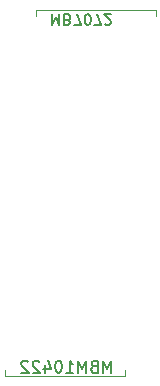
<source format=gbr>
G04 #@! TF.GenerationSoftware,KiCad,Pcbnew,(5.1.4)-1*
G04 #@! TF.CreationDate,2022-03-07T20:56:38-05:00*
G04 #@! TF.ProjectId,MB7074_to_MB7072,4d423730-3734-45f7-946f-5f4d42373037,rev?*
G04 #@! TF.SameCoordinates,Original*
G04 #@! TF.FileFunction,Legend,Bot*
G04 #@! TF.FilePolarity,Positive*
%FSLAX46Y46*%
G04 Gerber Fmt 4.6, Leading zero omitted, Abs format (unit mm)*
G04 Created by KiCad (PCBNEW (5.1.4)-1) date 2022-03-07 20:56:38*
%MOMM*%
%LPD*%
G04 APERTURE LIST*
%ADD10C,0.150000*%
%ADD11C,0.120000*%
G04 APERTURE END LIST*
D10*
X79535714Y-89702380D02*
X79535714Y-88702380D01*
X79202380Y-89416666D01*
X78869047Y-88702380D01*
X78869047Y-89702380D01*
X78059523Y-89178571D02*
X77916666Y-89226190D01*
X77869047Y-89273809D01*
X77821428Y-89369047D01*
X77821428Y-89511904D01*
X77869047Y-89607142D01*
X77916666Y-89654761D01*
X78011904Y-89702380D01*
X78392857Y-89702380D01*
X78392857Y-88702380D01*
X78059523Y-88702380D01*
X77964285Y-88750000D01*
X77916666Y-88797619D01*
X77869047Y-88892857D01*
X77869047Y-88988095D01*
X77916666Y-89083333D01*
X77964285Y-89130952D01*
X78059523Y-89178571D01*
X78392857Y-89178571D01*
X77392857Y-89702380D02*
X77392857Y-88702380D01*
X77059523Y-89416666D01*
X76726190Y-88702380D01*
X76726190Y-89702380D01*
X75726190Y-89702380D02*
X76297619Y-89702380D01*
X76011904Y-89702380D02*
X76011904Y-88702380D01*
X76107142Y-88845238D01*
X76202380Y-88940476D01*
X76297619Y-88988095D01*
X75107142Y-88702380D02*
X75011904Y-88702380D01*
X74916666Y-88750000D01*
X74869047Y-88797619D01*
X74821428Y-88892857D01*
X74773809Y-89083333D01*
X74773809Y-89321428D01*
X74821428Y-89511904D01*
X74869047Y-89607142D01*
X74916666Y-89654761D01*
X75011904Y-89702380D01*
X75107142Y-89702380D01*
X75202380Y-89654761D01*
X75250000Y-89607142D01*
X75297619Y-89511904D01*
X75345238Y-89321428D01*
X75345238Y-89083333D01*
X75297619Y-88892857D01*
X75250000Y-88797619D01*
X75202380Y-88750000D01*
X75107142Y-88702380D01*
X73916666Y-89035714D02*
X73916666Y-89702380D01*
X74154761Y-88654761D02*
X74392857Y-89369047D01*
X73773809Y-89369047D01*
X73440476Y-88797619D02*
X73392857Y-88750000D01*
X73297619Y-88702380D01*
X73059523Y-88702380D01*
X72964285Y-88750000D01*
X72916666Y-88797619D01*
X72869047Y-88892857D01*
X72869047Y-88988095D01*
X72916666Y-89130952D01*
X73488095Y-89702380D01*
X72869047Y-89702380D01*
X72488095Y-88797619D02*
X72440476Y-88750000D01*
X72345238Y-88702380D01*
X72107142Y-88702380D01*
X72011904Y-88750000D01*
X71964285Y-88797619D01*
X71916666Y-88892857D01*
X71916666Y-88988095D01*
X71964285Y-89130952D01*
X72535714Y-89702380D01*
X71916666Y-89702380D01*
D11*
X80660000Y-90000000D02*
X80660000Y-89500000D01*
X70500000Y-90000000D02*
X80660000Y-90000000D01*
X70500000Y-89500000D02*
X70500000Y-90000000D01*
D10*
X74535714Y-59342857D02*
X74535714Y-60242857D01*
X74835714Y-59600000D01*
X75135714Y-60242857D01*
X75135714Y-59342857D01*
X75864285Y-59814285D02*
X75992857Y-59771428D01*
X76035714Y-59728571D01*
X76078571Y-59642857D01*
X76078571Y-59514285D01*
X76035714Y-59428571D01*
X75992857Y-59385714D01*
X75907142Y-59342857D01*
X75564285Y-59342857D01*
X75564285Y-60242857D01*
X75864285Y-60242857D01*
X75950000Y-60200000D01*
X75992857Y-60157142D01*
X76035714Y-60071428D01*
X76035714Y-59985714D01*
X75992857Y-59900000D01*
X75950000Y-59857142D01*
X75864285Y-59814285D01*
X75564285Y-59814285D01*
X76378571Y-60242857D02*
X76978571Y-60242857D01*
X76592857Y-59342857D01*
X77492857Y-60242857D02*
X77578571Y-60242857D01*
X77664285Y-60200000D01*
X77707142Y-60157142D01*
X77750000Y-60071428D01*
X77792857Y-59900000D01*
X77792857Y-59685714D01*
X77750000Y-59514285D01*
X77707142Y-59428571D01*
X77664285Y-59385714D01*
X77578571Y-59342857D01*
X77492857Y-59342857D01*
X77407142Y-59385714D01*
X77364285Y-59428571D01*
X77321428Y-59514285D01*
X77278571Y-59685714D01*
X77278571Y-59900000D01*
X77321428Y-60071428D01*
X77364285Y-60157142D01*
X77407142Y-60200000D01*
X77492857Y-60242857D01*
X78092857Y-60242857D02*
X78692857Y-60242857D01*
X78307142Y-59342857D01*
X78992857Y-60157142D02*
X79035714Y-60200000D01*
X79121428Y-60242857D01*
X79335714Y-60242857D01*
X79421428Y-60200000D01*
X79464285Y-60157142D01*
X79507142Y-60071428D01*
X79507142Y-59985714D01*
X79464285Y-59857142D01*
X78950000Y-59342857D01*
X79507142Y-59342857D01*
D11*
X83335001Y-59000000D02*
X83335001Y-59500000D01*
X73175001Y-59000000D02*
X83335001Y-59000000D01*
X73175001Y-59500000D02*
X73175001Y-59000000D01*
M02*

</source>
